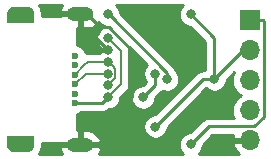
<source format=gbr>
G04 #@! TF.GenerationSoftware,KiCad,Pcbnew,5.1.1*
G04 #@! TF.CreationDate,2019-04-20T22:30:45+02:00*
G04 #@! TF.ProjectId,darling,6461726c-696e-4672-9e6b-696361645f70,rev?*
G04 #@! TF.SameCoordinates,Original*
G04 #@! TF.FileFunction,Copper,L2,Bot*
G04 #@! TF.FilePolarity,Positive*
%FSLAX46Y46*%
G04 Gerber Fmt 4.6, Leading zero omitted, Abs format (unit mm)*
G04 Created by KiCad (PCBNEW 5.1.1) date 2019-04-20 22:30:45*
%MOMM*%
%LPD*%
G04 APERTURE LIST*
%ADD10C,0.600000*%
%ADD11O,2.300000X1.200000*%
%ADD12C,0.700000*%
%ADD13C,0.100000*%
%ADD14R,1.700000X1.700000*%
%ADD15O,1.700000X1.700000*%
%ADD16C,0.800000*%
%ADD17C,0.250000*%
%ADD18C,0.200000*%
%ADD19C,0.254000*%
G04 APERTURE END LIST*
D10*
X124200000Y-121500000D03*
X124200000Y-122300000D03*
X124200000Y-123100000D03*
X124200000Y-125500000D03*
X124200000Y-124700000D03*
X124200000Y-123900000D03*
D11*
X124650000Y-129050000D03*
X124650000Y-117950000D03*
D12*
X119600000Y-117950000D03*
D13*
G36*
X118450000Y-118700000D02*
G01*
X118450000Y-117950000D01*
X118450165Y-117950000D01*
X118450143Y-117946861D01*
X118451984Y-117902934D01*
X118451984Y-117902930D01*
X118452086Y-117900842D01*
X118452742Y-117894598D01*
X118453312Y-117888338D01*
X118459431Y-117844801D01*
X118459737Y-117842730D01*
X118460999Y-117836583D01*
X118462177Y-117830407D01*
X118472515Y-117787675D01*
X118473022Y-117785643D01*
X118474872Y-117779665D01*
X118476652Y-117773617D01*
X118491110Y-117732098D01*
X118491813Y-117730126D01*
X118494234Y-117724366D01*
X118496600Y-117718510D01*
X118515041Y-117678599D01*
X118515933Y-117676705D01*
X118518929Y-117671164D01*
X118521832Y-117665611D01*
X118544076Y-117627698D01*
X118544079Y-117627692D01*
X118544084Y-117627685D01*
X118545152Y-117625892D01*
X118548661Y-117620690D01*
X118552103Y-117615430D01*
X118577945Y-117579861D01*
X118579188Y-117578176D01*
X118583159Y-117573376D01*
X118587127Y-117568440D01*
X118616316Y-117535563D01*
X118617718Y-117534007D01*
X118622183Y-117529573D01*
X118626573Y-117525090D01*
X118658832Y-117495219D01*
X118660379Y-117493807D01*
X118665219Y-117489859D01*
X118670055Y-117485801D01*
X118705075Y-117459220D01*
X118706752Y-117457966D01*
X118711959Y-117454506D01*
X118717167Y-117450940D01*
X118754613Y-117427903D01*
X118756404Y-117426819D01*
X118761909Y-117423892D01*
X118767454Y-117420843D01*
X118806970Y-117401570D01*
X118808858Y-117400666D01*
X118814651Y-117398278D01*
X118820441Y-117395796D01*
X118861649Y-117380472D01*
X118863616Y-117379756D01*
X118869618Y-117377944D01*
X118875619Y-117376040D01*
X118918125Y-117364810D01*
X118920153Y-117364290D01*
X118926274Y-117363078D01*
X118932455Y-117361764D01*
X118975854Y-117354734D01*
X118977923Y-117354414D01*
X118984178Y-117353800D01*
X118990422Y-117353100D01*
X119034300Y-117350340D01*
X119036391Y-117350223D01*
X119039537Y-117350223D01*
X119042667Y-117350048D01*
X119048950Y-117350004D01*
X119049918Y-117350004D01*
X119050000Y-117350000D01*
X120150000Y-117350000D01*
X120152094Y-117350015D01*
X120154701Y-117350179D01*
X120157329Y-117350179D01*
X120201241Y-117352327D01*
X120203332Y-117352444D01*
X120209578Y-117353145D01*
X120215823Y-117353757D01*
X120259316Y-117360179D01*
X120259320Y-117360180D01*
X120259325Y-117360180D01*
X120261386Y-117360500D01*
X120267516Y-117361803D01*
X120273693Y-117363026D01*
X120316352Y-117373662D01*
X120318380Y-117374183D01*
X120324330Y-117376070D01*
X120330381Y-117377897D01*
X120371799Y-117392645D01*
X120373766Y-117393362D01*
X120379559Y-117395844D01*
X120385352Y-117398231D01*
X120425132Y-117416951D01*
X120427020Y-117417857D01*
X120432485Y-117420862D01*
X120438066Y-117423829D01*
X120475830Y-117446340D01*
X120477621Y-117447425D01*
X120482776Y-117450954D01*
X120488040Y-117454452D01*
X120523422Y-117480539D01*
X120523426Y-117480541D01*
X120523430Y-117480544D01*
X120525103Y-117481796D01*
X120529893Y-117485815D01*
X120534783Y-117489803D01*
X120567455Y-117519222D01*
X120569001Y-117520634D01*
X120573386Y-117525111D01*
X120577853Y-117529547D01*
X120607498Y-117562013D01*
X120608899Y-117563569D01*
X120612806Y-117568428D01*
X120616841Y-117573305D01*
X120643177Y-117608509D01*
X120644419Y-117610195D01*
X120647853Y-117615442D01*
X120651372Y-117620659D01*
X120674147Y-117658265D01*
X120675219Y-117660064D01*
X120678116Y-117665606D01*
X120681118Y-117671158D01*
X120700114Y-117710807D01*
X120701005Y-117712702D01*
X120703340Y-117718482D01*
X120705792Y-117724314D01*
X120720824Y-117765617D01*
X120720829Y-117765628D01*
X120720833Y-117765642D01*
X120721531Y-117767599D01*
X120723303Y-117773623D01*
X120725162Y-117779627D01*
X120736096Y-117822210D01*
X120736602Y-117824242D01*
X120737778Y-117830407D01*
X120739043Y-117836567D01*
X120745769Y-117880014D01*
X120746075Y-117882086D01*
X120746644Y-117888336D01*
X120747301Y-117894589D01*
X120749755Y-117938484D01*
X120749755Y-117938486D01*
X120749857Y-117940577D01*
X120749813Y-117946858D01*
X120749835Y-117950000D01*
X120750000Y-117950000D01*
X120750000Y-118700000D01*
X118450000Y-118700000D01*
X118450000Y-118700000D01*
G37*
D12*
X119600000Y-129050000D03*
D13*
G36*
X120749835Y-129050000D02*
G01*
X120749857Y-129053139D01*
X120748016Y-129097066D01*
X120748016Y-129097070D01*
X120747914Y-129099158D01*
X120747257Y-129105405D01*
X120746688Y-129111662D01*
X120740569Y-129155199D01*
X120740263Y-129157271D01*
X120739000Y-129163425D01*
X120737823Y-129169593D01*
X120727485Y-129212326D01*
X120726978Y-129214357D01*
X120725125Y-129220343D01*
X120723348Y-129226383D01*
X120708890Y-129267901D01*
X120708187Y-129269874D01*
X120705761Y-129275646D01*
X120703400Y-129281491D01*
X120684961Y-129321394D01*
X120684958Y-129321402D01*
X120684953Y-129321411D01*
X120684066Y-129323296D01*
X120681091Y-129328798D01*
X120678168Y-129334389D01*
X120655920Y-129372309D01*
X120654848Y-129374108D01*
X120651330Y-129379324D01*
X120647897Y-129384570D01*
X120622055Y-129420139D01*
X120620813Y-129421824D01*
X120616822Y-129426648D01*
X120612873Y-129431560D01*
X120583683Y-129464437D01*
X120582282Y-129465993D01*
X120577802Y-129470443D01*
X120573427Y-129474910D01*
X120541168Y-129504781D01*
X120539621Y-129506193D01*
X120534766Y-129510153D01*
X120529944Y-129514199D01*
X120494925Y-129540781D01*
X120493248Y-129542035D01*
X120488040Y-129545495D01*
X120482833Y-129549060D01*
X120445387Y-129572097D01*
X120443596Y-129573181D01*
X120438074Y-129576118D01*
X120432545Y-129579157D01*
X120393030Y-129598430D01*
X120391141Y-129599334D01*
X120385352Y-129601720D01*
X120379559Y-129604203D01*
X120338352Y-129619528D01*
X120336384Y-129620244D01*
X120330394Y-129622053D01*
X120324381Y-129623960D01*
X120281875Y-129635190D01*
X120279847Y-129635710D01*
X120273719Y-129636924D01*
X120267545Y-129638236D01*
X120224146Y-129645266D01*
X120222076Y-129645586D01*
X120215838Y-129646198D01*
X120209578Y-129646900D01*
X120165699Y-129649660D01*
X120163609Y-129649777D01*
X120160463Y-129649777D01*
X120157333Y-129649952D01*
X120151051Y-129649996D01*
X120150082Y-129649996D01*
X120150000Y-129650000D01*
X119050000Y-129650000D01*
X119047906Y-129649985D01*
X119045299Y-129649821D01*
X119042672Y-129649821D01*
X118998759Y-129647673D01*
X118996669Y-129647556D01*
X118990430Y-129646856D01*
X118984178Y-129646243D01*
X118940684Y-129639821D01*
X118938615Y-129639500D01*
X118932493Y-129638199D01*
X118926307Y-129636974D01*
X118883648Y-129626338D01*
X118881620Y-129625817D01*
X118875670Y-129623930D01*
X118869619Y-129622103D01*
X118828201Y-129607355D01*
X118826233Y-129606638D01*
X118820504Y-129604183D01*
X118814649Y-129601769D01*
X118774868Y-129583049D01*
X118772980Y-129582144D01*
X118767500Y-129579131D01*
X118761933Y-129576171D01*
X118724170Y-129553660D01*
X118722379Y-129552575D01*
X118717224Y-129549046D01*
X118711960Y-129545548D01*
X118676578Y-129519461D01*
X118676575Y-129519460D01*
X118676573Y-129519458D01*
X118674897Y-129518204D01*
X118670087Y-129514168D01*
X118665218Y-129510197D01*
X118632545Y-129480779D01*
X118630999Y-129479366D01*
X118626630Y-129474904D01*
X118622147Y-129470453D01*
X118592501Y-129437987D01*
X118591101Y-129436431D01*
X118587194Y-129431572D01*
X118583159Y-129426695D01*
X118556823Y-129391491D01*
X118555581Y-129389805D01*
X118552155Y-129384570D01*
X118548628Y-129379341D01*
X118525853Y-129341735D01*
X118524781Y-129339936D01*
X118521884Y-129334394D01*
X118518882Y-129328842D01*
X118499886Y-129289193D01*
X118498995Y-129287298D01*
X118496654Y-129281503D01*
X118494208Y-129275685D01*
X118479171Y-129234373D01*
X118478469Y-129232400D01*
X118476694Y-129226369D01*
X118474838Y-129220373D01*
X118463904Y-129177789D01*
X118463398Y-129175757D01*
X118462224Y-129169607D01*
X118460957Y-129163433D01*
X118454231Y-129119986D01*
X118453925Y-129117914D01*
X118453356Y-129111662D01*
X118452699Y-129105411D01*
X118450245Y-129061517D01*
X118450245Y-129061515D01*
X118450143Y-129059423D01*
X118450187Y-129053142D01*
X118450165Y-129050000D01*
X118450000Y-129050000D01*
X118450000Y-128300000D01*
X120750000Y-128300000D01*
X120750000Y-129050000D01*
X120749835Y-129050000D01*
X120749835Y-129050000D01*
G37*
D14*
X139000000Y-118500000D03*
D15*
X139000000Y-121040000D03*
X139000000Y-123580000D03*
X139000000Y-126120000D03*
X139000000Y-128660000D03*
D16*
X127000000Y-121000000D03*
X127000000Y-127000000D03*
X126000000Y-119500000D03*
X134000000Y-129000000D03*
X136000000Y-123500000D03*
X131000000Y-127500000D03*
X134000000Y-118000000D03*
X127000000Y-122000000D03*
X127000000Y-124000000D03*
X127000000Y-123000000D03*
X131000000Y-123000000D03*
X129979847Y-125020153D03*
X132000000Y-123500000D03*
X127000000Y-118000000D03*
X127005153Y-119994847D03*
X127000000Y-125000000D03*
D17*
X126900000Y-121000000D02*
X127000000Y-121000000D01*
X127000000Y-127000000D02*
X128404020Y-125595980D01*
X127000000Y-121000000D02*
X126000000Y-120000000D01*
X126000000Y-118750000D02*
X126000000Y-118934315D01*
X126000000Y-118934315D02*
X126000000Y-119500000D01*
X125200000Y-117950000D02*
X126000000Y-118750000D01*
X124650000Y-117950000D02*
X125200000Y-117950000D01*
X126000000Y-120000000D02*
X126000000Y-119500000D01*
X126399999Y-119100001D02*
X126000000Y-119500000D01*
X127038269Y-119100001D02*
X126600001Y-119100001D01*
X126600001Y-119100001D02*
X126399999Y-119100001D01*
X127038269Y-119100001D02*
X129000000Y-121061732D01*
X129000000Y-125000000D02*
X128404020Y-125595980D01*
X129000000Y-121061732D02*
X129000000Y-125000000D01*
X134399999Y-128600001D02*
X134000000Y-129000000D01*
X135515001Y-127484999D02*
X134399999Y-128600001D01*
X140175001Y-126684001D02*
X139374003Y-127484999D01*
X139374003Y-127484999D02*
X135515001Y-127484999D01*
X140175001Y-118575001D02*
X140175001Y-126684001D01*
X140100000Y-118500000D02*
X140175001Y-118575001D01*
X139000000Y-118500000D02*
X140100000Y-118500000D01*
X136000000Y-123500000D02*
X135000000Y-123500000D01*
X135000000Y-123500000D02*
X131000000Y-127500000D01*
X138460000Y-121040000D02*
X139000000Y-121040000D01*
X136000000Y-123500000D02*
X138460000Y-121040000D01*
X136000000Y-123500000D02*
X136000000Y-120000000D01*
X136000000Y-120000000D02*
X134000000Y-118000000D01*
X124300000Y-123000000D02*
X124200000Y-123100000D01*
D18*
X127000000Y-122000000D02*
X125300000Y-122000000D01*
X125000000Y-122300000D02*
X124200000Y-123100000D01*
X125300000Y-122000000D02*
X125000000Y-122300000D01*
X127399999Y-122399999D02*
X127000000Y-122000000D01*
X127627001Y-122627001D02*
X127399999Y-122399999D01*
X127627001Y-122627001D02*
X127627001Y-123372999D01*
X127627001Y-123372999D02*
X127000000Y-124000000D01*
X124315383Y-124015383D02*
X124200000Y-123900000D01*
X125100000Y-123000000D02*
X124200000Y-123900000D01*
X127000000Y-123000000D02*
X125100000Y-123000000D01*
D17*
X131000000Y-123000000D02*
X131000000Y-124000000D01*
X131000000Y-124000000D02*
X129979847Y-125020153D01*
X127065685Y-118000000D02*
X127000000Y-118000000D01*
X132000000Y-123500000D02*
X132000000Y-122934315D01*
X132000000Y-122934315D02*
X127065685Y-118000000D01*
X127000000Y-125000000D02*
X126500000Y-125500000D01*
X126500000Y-125500000D02*
X124200000Y-125500000D01*
D18*
X128077010Y-123922990D02*
X127399999Y-124600001D01*
X127399999Y-124600001D02*
X127000000Y-125000000D01*
X128077010Y-121066704D02*
X128077010Y-123922990D01*
X127005153Y-119994847D02*
X128077010Y-121066704D01*
D19*
G36*
X137558524Y-128303110D02*
G01*
X137679845Y-128533000D01*
X138873000Y-128533000D01*
X138873000Y-128513000D01*
X139127000Y-128513000D01*
X139127000Y-128533000D01*
X139147000Y-128533000D01*
X139147000Y-128787000D01*
X139127000Y-128787000D01*
X139127000Y-128807000D01*
X138873000Y-128807000D01*
X138873000Y-128787000D01*
X137679845Y-128787000D01*
X137558524Y-129016890D01*
X137603175Y-129164099D01*
X137728359Y-129426920D01*
X137902412Y-129660269D01*
X138046336Y-129790000D01*
X134673711Y-129790000D01*
X134803937Y-129659774D01*
X134917205Y-129490256D01*
X134995226Y-129301898D01*
X135035000Y-129101939D01*
X135035000Y-129039801D01*
X135829803Y-128244999D01*
X137576150Y-128244999D01*
X137558524Y-128303110D01*
X137558524Y-128303110D01*
G37*
X137558524Y-128303110D02*
X137679845Y-128533000D01*
X138873000Y-128533000D01*
X138873000Y-128513000D01*
X139127000Y-128513000D01*
X139127000Y-128533000D01*
X139147000Y-128533000D01*
X139147000Y-128787000D01*
X139127000Y-128787000D01*
X139127000Y-128807000D01*
X138873000Y-128807000D01*
X138873000Y-128787000D01*
X137679845Y-128787000D01*
X137558524Y-129016890D01*
X137603175Y-129164099D01*
X137728359Y-129426920D01*
X137902412Y-129660269D01*
X138046336Y-129790000D01*
X134673711Y-129790000D01*
X134803937Y-129659774D01*
X134917205Y-129490256D01*
X134995226Y-129301898D01*
X135035000Y-129101939D01*
X135035000Y-129039801D01*
X135829803Y-128244999D01*
X137576150Y-128244999D01*
X137558524Y-128303110D01*
G36*
X133196063Y-117340226D02*
G01*
X133082795Y-117509744D01*
X133004774Y-117698102D01*
X132965000Y-117898061D01*
X132965000Y-118101939D01*
X133004774Y-118301898D01*
X133082795Y-118490256D01*
X133196063Y-118659774D01*
X133340226Y-118803937D01*
X133509744Y-118917205D01*
X133698102Y-118995226D01*
X133898061Y-119035000D01*
X133960199Y-119035000D01*
X135240001Y-120314803D01*
X135240000Y-122740000D01*
X135037322Y-122740000D01*
X134999999Y-122736324D01*
X134962676Y-122740000D01*
X134962667Y-122740000D01*
X134851014Y-122750997D01*
X134707753Y-122794454D01*
X134575724Y-122865026D01*
X134459999Y-122959999D01*
X134436201Y-122988997D01*
X130960199Y-126465000D01*
X130898061Y-126465000D01*
X130698102Y-126504774D01*
X130509744Y-126582795D01*
X130340226Y-126696063D01*
X130196063Y-126840226D01*
X130082795Y-127009744D01*
X130004774Y-127198102D01*
X129965000Y-127398061D01*
X129965000Y-127601939D01*
X130004774Y-127801898D01*
X130082795Y-127990256D01*
X130196063Y-128159774D01*
X130340226Y-128303937D01*
X130509744Y-128417205D01*
X130698102Y-128495226D01*
X130898061Y-128535000D01*
X131101939Y-128535000D01*
X131301898Y-128495226D01*
X131490256Y-128417205D01*
X131659774Y-128303937D01*
X131803937Y-128159774D01*
X131917205Y-127990256D01*
X131995226Y-127801898D01*
X132035000Y-127601939D01*
X132035000Y-127539801D01*
X135305545Y-124269256D01*
X135340226Y-124303937D01*
X135509744Y-124417205D01*
X135698102Y-124495226D01*
X135898061Y-124535000D01*
X136101939Y-124535000D01*
X136301898Y-124495226D01*
X136490256Y-124417205D01*
X136659774Y-124303937D01*
X136803937Y-124159774D01*
X136917205Y-123990256D01*
X136995226Y-123801898D01*
X137035000Y-123601939D01*
X137035000Y-123539801D01*
X137685206Y-122889596D01*
X137621401Y-123008966D01*
X137536487Y-123288889D01*
X137507815Y-123580000D01*
X137536487Y-123871111D01*
X137621401Y-124151034D01*
X137759294Y-124409014D01*
X137944866Y-124635134D01*
X138170986Y-124820706D01*
X138225791Y-124850000D01*
X138170986Y-124879294D01*
X137944866Y-125064866D01*
X137759294Y-125290986D01*
X137621401Y-125548966D01*
X137536487Y-125828889D01*
X137507815Y-126120000D01*
X137536487Y-126411111D01*
X137621401Y-126691034D01*
X137639556Y-126724999D01*
X135552324Y-126724999D01*
X135515001Y-126721323D01*
X135477678Y-126724999D01*
X135477668Y-126724999D01*
X135366015Y-126735996D01*
X135222754Y-126779453D01*
X135090724Y-126850025D01*
X135007084Y-126918667D01*
X134975000Y-126944998D01*
X134951202Y-126973996D01*
X133960199Y-127965000D01*
X133898061Y-127965000D01*
X133698102Y-128004774D01*
X133509744Y-128082795D01*
X133340226Y-128196063D01*
X133196063Y-128340226D01*
X133082795Y-128509744D01*
X133004774Y-128698102D01*
X132965000Y-128898061D01*
X132965000Y-129101939D01*
X133004774Y-129301898D01*
X133082795Y-129490256D01*
X133196063Y-129659774D01*
X133326289Y-129790000D01*
X126191857Y-129790000D01*
X126297421Y-129630533D01*
X126389591Y-129405282D01*
X126393462Y-129367609D01*
X126268731Y-129177000D01*
X124777000Y-129177000D01*
X124777000Y-129197000D01*
X124523000Y-129197000D01*
X124523000Y-129177000D01*
X123031269Y-129177000D01*
X122906538Y-129367609D01*
X122910409Y-129405282D01*
X123002579Y-129630533D01*
X123108143Y-129790000D01*
X121140873Y-129790000D01*
X121177373Y-129739760D01*
X121182379Y-129732109D01*
X121187472Y-129724559D01*
X121221892Y-129667273D01*
X121222875Y-129665424D01*
X121224934Y-129661517D01*
X121265623Y-129583687D01*
X121291767Y-129527109D01*
X121295193Y-129518630D01*
X121298740Y-129510192D01*
X121315903Y-129462523D01*
X121316456Y-129462707D01*
X121316458Y-129462701D01*
X121317836Y-129457154D01*
X121321358Y-129447371D01*
X121321961Y-129445374D01*
X121320845Y-129445037D01*
X121321926Y-129440687D01*
X121323242Y-129441074D01*
X121348037Y-129356828D01*
X121362702Y-129296207D01*
X121364410Y-129287251D01*
X121366246Y-129278307D01*
X121376214Y-129212466D01*
X121376419Y-129210382D01*
X121376858Y-129205748D01*
X121384818Y-129118284D01*
X121387388Y-129056940D01*
X121388072Y-129050000D01*
X121388072Y-128880000D01*
X123003131Y-128880000D01*
X123031269Y-128923000D01*
X124523000Y-128923000D01*
X124523000Y-127815000D01*
X124777000Y-127815000D01*
X124777000Y-128923000D01*
X126268731Y-128923000D01*
X126393462Y-128732391D01*
X126389591Y-128694718D01*
X126297421Y-128469467D01*
X126163078Y-128266526D01*
X125991725Y-128093693D01*
X125789946Y-127957610D01*
X125565496Y-127863507D01*
X125327000Y-127815000D01*
X124777000Y-127815000D01*
X124523000Y-127815000D01*
X124360000Y-127815000D01*
X124360000Y-126421491D01*
X124472729Y-126399068D01*
X124642889Y-126328586D01*
X124745535Y-126260000D01*
X126462678Y-126260000D01*
X126500000Y-126263676D01*
X126537322Y-126260000D01*
X126537333Y-126260000D01*
X126648986Y-126249003D01*
X126792247Y-126205546D01*
X126924276Y-126134974D01*
X127040001Y-126040001D01*
X127044105Y-126035000D01*
X127101939Y-126035000D01*
X127301898Y-125995226D01*
X127490256Y-125917205D01*
X127659774Y-125803937D01*
X127803937Y-125659774D01*
X127917205Y-125490256D01*
X127995226Y-125301898D01*
X128035000Y-125101939D01*
X128035000Y-125004446D01*
X128571203Y-124468244D01*
X128599248Y-124445228D01*
X128691097Y-124333310D01*
X128759347Y-124205623D01*
X128788626Y-124109104D01*
X128801375Y-124067076D01*
X128803639Y-124044085D01*
X128812010Y-123959095D01*
X128812010Y-123959088D01*
X128815565Y-123922991D01*
X128812010Y-123886894D01*
X128812010Y-121102809D01*
X128815566Y-121066704D01*
X128801375Y-120922619D01*
X128759347Y-120784070D01*
X128741426Y-120750543D01*
X130263586Y-122272703D01*
X130196063Y-122340226D01*
X130082795Y-122509744D01*
X130004774Y-122698102D01*
X129965000Y-122898061D01*
X129965000Y-123101939D01*
X130004774Y-123301898D01*
X130082795Y-123490256D01*
X130196063Y-123659774D01*
X130230744Y-123694455D01*
X129940046Y-123985153D01*
X129877908Y-123985153D01*
X129677949Y-124024927D01*
X129489591Y-124102948D01*
X129320073Y-124216216D01*
X129175910Y-124360379D01*
X129062642Y-124529897D01*
X128984621Y-124718255D01*
X128944847Y-124918214D01*
X128944847Y-125122092D01*
X128984621Y-125322051D01*
X129062642Y-125510409D01*
X129175910Y-125679927D01*
X129320073Y-125824090D01*
X129489591Y-125937358D01*
X129677949Y-126015379D01*
X129877908Y-126055153D01*
X130081786Y-126055153D01*
X130281745Y-126015379D01*
X130470103Y-125937358D01*
X130639621Y-125824090D01*
X130783784Y-125679927D01*
X130897052Y-125510409D01*
X130975073Y-125322051D01*
X131014847Y-125122092D01*
X131014847Y-125059954D01*
X131511003Y-124563799D01*
X131540001Y-124540001D01*
X131607534Y-124457711D01*
X131698102Y-124495226D01*
X131898061Y-124535000D01*
X132101939Y-124535000D01*
X132301898Y-124495226D01*
X132490256Y-124417205D01*
X132659774Y-124303937D01*
X132803937Y-124159774D01*
X132917205Y-123990256D01*
X132995226Y-123801898D01*
X133035000Y-123601939D01*
X133035000Y-123398061D01*
X132995226Y-123198102D01*
X132917205Y-123009744D01*
X132803937Y-122840226D01*
X132748987Y-122785276D01*
X132705546Y-122642068D01*
X132634974Y-122510039D01*
X132540001Y-122394314D01*
X132511003Y-122370516D01*
X128034119Y-117893633D01*
X127995226Y-117698102D01*
X127917205Y-117509744D01*
X127803937Y-117340226D01*
X127673711Y-117210000D01*
X133326289Y-117210000D01*
X133196063Y-117340226D01*
X133196063Y-117340226D01*
G37*
X133196063Y-117340226D02*
X133082795Y-117509744D01*
X133004774Y-117698102D01*
X132965000Y-117898061D01*
X132965000Y-118101939D01*
X133004774Y-118301898D01*
X133082795Y-118490256D01*
X133196063Y-118659774D01*
X133340226Y-118803937D01*
X133509744Y-118917205D01*
X133698102Y-118995226D01*
X133898061Y-119035000D01*
X133960199Y-119035000D01*
X135240001Y-120314803D01*
X135240000Y-122740000D01*
X135037322Y-122740000D01*
X134999999Y-122736324D01*
X134962676Y-122740000D01*
X134962667Y-122740000D01*
X134851014Y-122750997D01*
X134707753Y-122794454D01*
X134575724Y-122865026D01*
X134459999Y-122959999D01*
X134436201Y-122988997D01*
X130960199Y-126465000D01*
X130898061Y-126465000D01*
X130698102Y-126504774D01*
X130509744Y-126582795D01*
X130340226Y-126696063D01*
X130196063Y-126840226D01*
X130082795Y-127009744D01*
X130004774Y-127198102D01*
X129965000Y-127398061D01*
X129965000Y-127601939D01*
X130004774Y-127801898D01*
X130082795Y-127990256D01*
X130196063Y-128159774D01*
X130340226Y-128303937D01*
X130509744Y-128417205D01*
X130698102Y-128495226D01*
X130898061Y-128535000D01*
X131101939Y-128535000D01*
X131301898Y-128495226D01*
X131490256Y-128417205D01*
X131659774Y-128303937D01*
X131803937Y-128159774D01*
X131917205Y-127990256D01*
X131995226Y-127801898D01*
X132035000Y-127601939D01*
X132035000Y-127539801D01*
X135305545Y-124269256D01*
X135340226Y-124303937D01*
X135509744Y-124417205D01*
X135698102Y-124495226D01*
X135898061Y-124535000D01*
X136101939Y-124535000D01*
X136301898Y-124495226D01*
X136490256Y-124417205D01*
X136659774Y-124303937D01*
X136803937Y-124159774D01*
X136917205Y-123990256D01*
X136995226Y-123801898D01*
X137035000Y-123601939D01*
X137035000Y-123539801D01*
X137685206Y-122889596D01*
X137621401Y-123008966D01*
X137536487Y-123288889D01*
X137507815Y-123580000D01*
X137536487Y-123871111D01*
X137621401Y-124151034D01*
X137759294Y-124409014D01*
X137944866Y-124635134D01*
X138170986Y-124820706D01*
X138225791Y-124850000D01*
X138170986Y-124879294D01*
X137944866Y-125064866D01*
X137759294Y-125290986D01*
X137621401Y-125548966D01*
X137536487Y-125828889D01*
X137507815Y-126120000D01*
X137536487Y-126411111D01*
X137621401Y-126691034D01*
X137639556Y-126724999D01*
X135552324Y-126724999D01*
X135515001Y-126721323D01*
X135477678Y-126724999D01*
X135477668Y-126724999D01*
X135366015Y-126735996D01*
X135222754Y-126779453D01*
X135090724Y-126850025D01*
X135007084Y-126918667D01*
X134975000Y-126944998D01*
X134951202Y-126973996D01*
X133960199Y-127965000D01*
X133898061Y-127965000D01*
X133698102Y-128004774D01*
X133509744Y-128082795D01*
X133340226Y-128196063D01*
X133196063Y-128340226D01*
X133082795Y-128509744D01*
X133004774Y-128698102D01*
X132965000Y-128898061D01*
X132965000Y-129101939D01*
X133004774Y-129301898D01*
X133082795Y-129490256D01*
X133196063Y-129659774D01*
X133326289Y-129790000D01*
X126191857Y-129790000D01*
X126297421Y-129630533D01*
X126389591Y-129405282D01*
X126393462Y-129367609D01*
X126268731Y-129177000D01*
X124777000Y-129177000D01*
X124777000Y-129197000D01*
X124523000Y-129197000D01*
X124523000Y-129177000D01*
X123031269Y-129177000D01*
X122906538Y-129367609D01*
X122910409Y-129405282D01*
X123002579Y-129630533D01*
X123108143Y-129790000D01*
X121140873Y-129790000D01*
X121177373Y-129739760D01*
X121182379Y-129732109D01*
X121187472Y-129724559D01*
X121221892Y-129667273D01*
X121222875Y-129665424D01*
X121224934Y-129661517D01*
X121265623Y-129583687D01*
X121291767Y-129527109D01*
X121295193Y-129518630D01*
X121298740Y-129510192D01*
X121315903Y-129462523D01*
X121316456Y-129462707D01*
X121316458Y-129462701D01*
X121317836Y-129457154D01*
X121321358Y-129447371D01*
X121321961Y-129445374D01*
X121320845Y-129445037D01*
X121321926Y-129440687D01*
X121323242Y-129441074D01*
X121348037Y-129356828D01*
X121362702Y-129296207D01*
X121364410Y-129287251D01*
X121366246Y-129278307D01*
X121376214Y-129212466D01*
X121376419Y-129210382D01*
X121376858Y-129205748D01*
X121384818Y-129118284D01*
X121387388Y-129056940D01*
X121388072Y-129050000D01*
X121388072Y-128880000D01*
X123003131Y-128880000D01*
X123031269Y-128923000D01*
X124523000Y-128923000D01*
X124523000Y-127815000D01*
X124777000Y-127815000D01*
X124777000Y-128923000D01*
X126268731Y-128923000D01*
X126393462Y-128732391D01*
X126389591Y-128694718D01*
X126297421Y-128469467D01*
X126163078Y-128266526D01*
X125991725Y-128093693D01*
X125789946Y-127957610D01*
X125565496Y-127863507D01*
X125327000Y-127815000D01*
X124777000Y-127815000D01*
X124523000Y-127815000D01*
X124360000Y-127815000D01*
X124360000Y-126421491D01*
X124472729Y-126399068D01*
X124642889Y-126328586D01*
X124745535Y-126260000D01*
X126462678Y-126260000D01*
X126500000Y-126263676D01*
X126537322Y-126260000D01*
X126537333Y-126260000D01*
X126648986Y-126249003D01*
X126792247Y-126205546D01*
X126924276Y-126134974D01*
X127040001Y-126040001D01*
X127044105Y-126035000D01*
X127101939Y-126035000D01*
X127301898Y-125995226D01*
X127490256Y-125917205D01*
X127659774Y-125803937D01*
X127803937Y-125659774D01*
X127917205Y-125490256D01*
X127995226Y-125301898D01*
X128035000Y-125101939D01*
X128035000Y-125004446D01*
X128571203Y-124468244D01*
X128599248Y-124445228D01*
X128691097Y-124333310D01*
X128759347Y-124205623D01*
X128788626Y-124109104D01*
X128801375Y-124067076D01*
X128803639Y-124044085D01*
X128812010Y-123959095D01*
X128812010Y-123959088D01*
X128815565Y-123922991D01*
X128812010Y-123886894D01*
X128812010Y-121102809D01*
X128815566Y-121066704D01*
X128801375Y-120922619D01*
X128759347Y-120784070D01*
X128741426Y-120750543D01*
X130263586Y-122272703D01*
X130196063Y-122340226D01*
X130082795Y-122509744D01*
X130004774Y-122698102D01*
X129965000Y-122898061D01*
X129965000Y-123101939D01*
X130004774Y-123301898D01*
X130082795Y-123490256D01*
X130196063Y-123659774D01*
X130230744Y-123694455D01*
X129940046Y-123985153D01*
X129877908Y-123985153D01*
X129677949Y-124024927D01*
X129489591Y-124102948D01*
X129320073Y-124216216D01*
X129175910Y-124360379D01*
X129062642Y-124529897D01*
X128984621Y-124718255D01*
X128944847Y-124918214D01*
X128944847Y-125122092D01*
X128984621Y-125322051D01*
X129062642Y-125510409D01*
X129175910Y-125679927D01*
X129320073Y-125824090D01*
X129489591Y-125937358D01*
X129677949Y-126015379D01*
X129877908Y-126055153D01*
X130081786Y-126055153D01*
X130281745Y-126015379D01*
X130470103Y-125937358D01*
X130639621Y-125824090D01*
X130783784Y-125679927D01*
X130897052Y-125510409D01*
X130975073Y-125322051D01*
X131014847Y-125122092D01*
X131014847Y-125059954D01*
X131511003Y-124563799D01*
X131540001Y-124540001D01*
X131607534Y-124457711D01*
X131698102Y-124495226D01*
X131898061Y-124535000D01*
X132101939Y-124535000D01*
X132301898Y-124495226D01*
X132490256Y-124417205D01*
X132659774Y-124303937D01*
X132803937Y-124159774D01*
X132917205Y-123990256D01*
X132995226Y-123801898D01*
X133035000Y-123601939D01*
X133035000Y-123398061D01*
X132995226Y-123198102D01*
X132917205Y-123009744D01*
X132803937Y-122840226D01*
X132748987Y-122785276D01*
X132705546Y-122642068D01*
X132634974Y-122510039D01*
X132540001Y-122394314D01*
X132511003Y-122370516D01*
X128034119Y-117893633D01*
X127995226Y-117698102D01*
X127917205Y-117509744D01*
X127803937Y-117340226D01*
X127673711Y-117210000D01*
X133326289Y-117210000D01*
X133196063Y-117340226D01*
G36*
X123002579Y-117369467D02*
G01*
X122910409Y-117594718D01*
X122906538Y-117632391D01*
X123031269Y-117823000D01*
X124523000Y-117823000D01*
X124523000Y-117803000D01*
X124777000Y-117803000D01*
X124777000Y-117823000D01*
X124797000Y-117823000D01*
X124797000Y-118077000D01*
X124777000Y-118077000D01*
X124777000Y-119185000D01*
X125327000Y-119185000D01*
X125565496Y-119136493D01*
X125789946Y-119042390D01*
X125991725Y-118906307D01*
X126163078Y-118733474D01*
X126205572Y-118669283D01*
X126340226Y-118803937D01*
X126509744Y-118917205D01*
X126698102Y-118995226D01*
X126711726Y-118997936D01*
X126703255Y-118999621D01*
X126514897Y-119077642D01*
X126345379Y-119190910D01*
X126201216Y-119335073D01*
X126087948Y-119504591D01*
X126009927Y-119692949D01*
X125970153Y-119892908D01*
X125970153Y-120096786D01*
X126009927Y-120296745D01*
X126087948Y-120485103D01*
X126201216Y-120654621D01*
X126345379Y-120798784D01*
X126514897Y-120912052D01*
X126703255Y-120990073D01*
X126737632Y-120996911D01*
X126698102Y-121004774D01*
X126509744Y-121082795D01*
X126340226Y-121196063D01*
X126271289Y-121265000D01*
X125336104Y-121265000D01*
X125299999Y-121261444D01*
X125155914Y-121275635D01*
X125113886Y-121288384D01*
X125111376Y-121289146D01*
X125099068Y-121227271D01*
X125028586Y-121057111D01*
X124926262Y-120903972D01*
X124796028Y-120773738D01*
X124642889Y-120671414D01*
X124472729Y-120600932D01*
X124360000Y-120578509D01*
X124360000Y-119185000D01*
X124523000Y-119185000D01*
X124523000Y-118077000D01*
X123031269Y-118077000D01*
X123003131Y-118120000D01*
X121388072Y-118120000D01*
X121388072Y-117950000D01*
X121387391Y-117943081D01*
X121387428Y-117937687D01*
X121384408Y-117871100D01*
X121384204Y-117869016D01*
X121383744Y-117864483D01*
X121374564Y-117777140D01*
X121365029Y-117715547D01*
X121363181Y-117706543D01*
X121361469Y-117697571D01*
X121345657Y-117633116D01*
X121345053Y-117631111D01*
X121343634Y-117626465D01*
X121317662Y-117542568D01*
X121296345Y-117484000D01*
X121292818Y-117475610D01*
X121289377Y-117467093D01*
X121261170Y-117406599D01*
X121260187Y-117404750D01*
X121258069Y-117400800D01*
X121216298Y-117323544D01*
X121183997Y-117270209D01*
X121178853Y-117262584D01*
X121173877Y-117254979D01*
X121140966Y-117210000D01*
X123108143Y-117210000D01*
X123002579Y-117369467D01*
X123002579Y-117369467D01*
G37*
X123002579Y-117369467D02*
X122910409Y-117594718D01*
X122906538Y-117632391D01*
X123031269Y-117823000D01*
X124523000Y-117823000D01*
X124523000Y-117803000D01*
X124777000Y-117803000D01*
X124777000Y-117823000D01*
X124797000Y-117823000D01*
X124797000Y-118077000D01*
X124777000Y-118077000D01*
X124777000Y-119185000D01*
X125327000Y-119185000D01*
X125565496Y-119136493D01*
X125789946Y-119042390D01*
X125991725Y-118906307D01*
X126163078Y-118733474D01*
X126205572Y-118669283D01*
X126340226Y-118803937D01*
X126509744Y-118917205D01*
X126698102Y-118995226D01*
X126711726Y-118997936D01*
X126703255Y-118999621D01*
X126514897Y-119077642D01*
X126345379Y-119190910D01*
X126201216Y-119335073D01*
X126087948Y-119504591D01*
X126009927Y-119692949D01*
X125970153Y-119892908D01*
X125970153Y-120096786D01*
X126009927Y-120296745D01*
X126087948Y-120485103D01*
X126201216Y-120654621D01*
X126345379Y-120798784D01*
X126514897Y-120912052D01*
X126703255Y-120990073D01*
X126737632Y-120996911D01*
X126698102Y-121004774D01*
X126509744Y-121082795D01*
X126340226Y-121196063D01*
X126271289Y-121265000D01*
X125336104Y-121265000D01*
X125299999Y-121261444D01*
X125155914Y-121275635D01*
X125113886Y-121288384D01*
X125111376Y-121289146D01*
X125099068Y-121227271D01*
X125028586Y-121057111D01*
X124926262Y-120903972D01*
X124796028Y-120773738D01*
X124642889Y-120671414D01*
X124472729Y-120600932D01*
X124360000Y-120578509D01*
X124360000Y-119185000D01*
X124523000Y-119185000D01*
X124523000Y-118077000D01*
X123031269Y-118077000D01*
X123003131Y-118120000D01*
X121388072Y-118120000D01*
X121388072Y-117950000D01*
X121387391Y-117943081D01*
X121387428Y-117937687D01*
X121384408Y-117871100D01*
X121384204Y-117869016D01*
X121383744Y-117864483D01*
X121374564Y-117777140D01*
X121365029Y-117715547D01*
X121363181Y-117706543D01*
X121361469Y-117697571D01*
X121345657Y-117633116D01*
X121345053Y-117631111D01*
X121343634Y-117626465D01*
X121317662Y-117542568D01*
X121296345Y-117484000D01*
X121292818Y-117475610D01*
X121289377Y-117467093D01*
X121261170Y-117406599D01*
X121260187Y-117404750D01*
X121258069Y-117400800D01*
X121216298Y-117323544D01*
X121183997Y-117270209D01*
X121178853Y-117262584D01*
X121173877Y-117254979D01*
X121140966Y-117210000D01*
X123108143Y-117210000D01*
X123002579Y-117369467D01*
M02*

</source>
